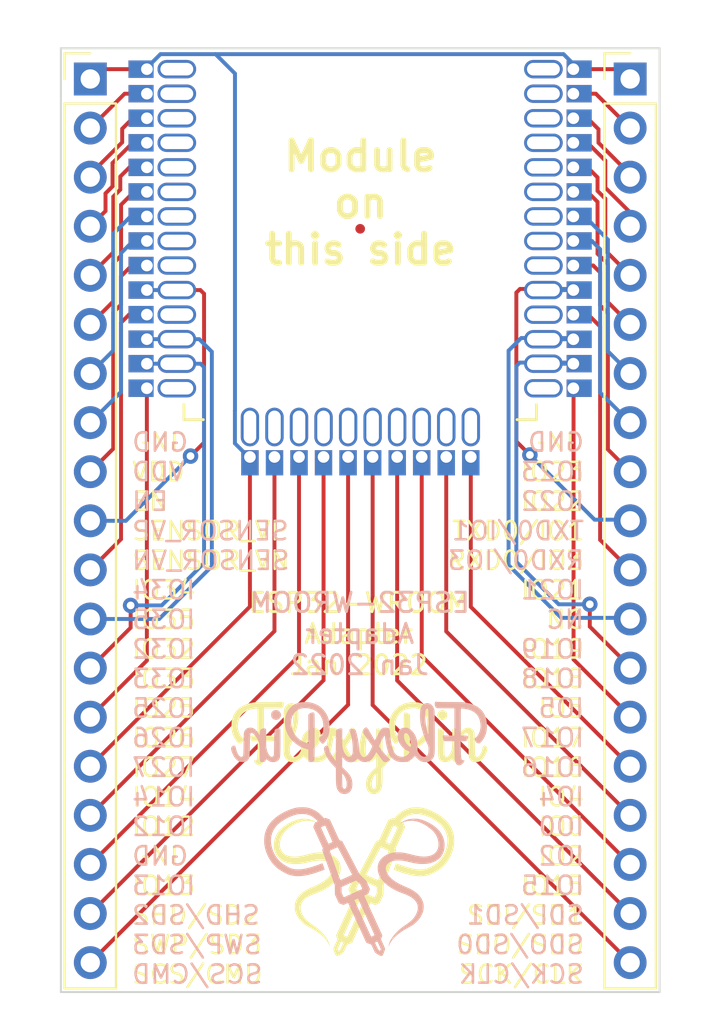
<source format=kicad_pcb>
(kicad_pcb (version 20211014) (generator pcbnew)
  (layers (0 "F.Cu" signal) (31 "B.Cu" signal) (34 "B.Paste" user) (35 "F.Paste" user) (36 "B.SilkS" user "B.Silkscreen") (37 "F.SilkS" user "F.Silkscreen") (38 "B.Mask" user) (39 "F.Mask" user) (44 "Edge.Cuts" user))
  (net 0 "")
  (net 1 "/GND")
  (net 2 "/VDD")
  (net 3 "/EN")
  (net 4 "/SENSOR_VP")
  (net 5 "/SENSOR_VN")
  (net 6 "/IO34")
  (net 7 "/IO35")
  (net 8 "/IO32")
  (net 9 "/IO33")
  (net 10 "/IO25")
  (net 11 "/IO26")
  (net 12 "/IO27")
  (net 13 "/IO14")
  (net 14 "/IO12")
  (net 15 "/IO13")
  (net 16 "/SHD{slash}SD2")
  (net 17 "/SWP{slash}SD3")
  (net 18 "/SCS{slash}CMD")
  (net 19 "/SCK{slash}CLK")
  (net 20 "/SDO{slash}SD0")
  (net 21 "/SDI{slash}SD1")
  (net 22 "/IO15")
  (net 23 "/IO2")
  (net 24 "/IO23")
  (net 25 "/IO22")
  (net 26 "/TXD0{slash}IO1")
  (net 27 "/RXD0{slash}IO3")
  (net 28 "/IO21")
  (net 29 "/NC")
  (net 30 "/IO19")
  (net 31 "/IO18")
  (net 32 "/IO5")
  (net 33 "/IO16")
  (net 34 "/IO4")
  (net 35 "/IO0")
  (net 36 "Net-(J20-Pad2)")
  (footprint "Connector_PinHeader_2.54mm:PinHeader_1x19_P2.54mm_Vertical" (layer "F.Cu") (at 162.052 81.788)
    (fp_text reference "J22" hide)
    (fp_text value "Conn_01x19")
    (pad "1" thru_hole rect locked (at 0 0) (size 1.7 1.7) (drill 1) (layers *.Cu *.Mask) (net 1 "/GND"))
    (pad "2" thru_hole oval locked (at 0 2.54) (size 1.7 1.7) (drill 1) (layers *.Cu *.Mask) (net 24 "/IO23"))
    (pad "3" thru_hole oval locked (at 0 5.08) (size 1.7 1.7) (drill 1) (layers *.Cu *.Mask) (net 25 "/IO22"))
    (pad "4" thru_hole oval locked (at 0 7.62) (size 1.7 1.7) (drill 1) (layers *.Cu *.Mask) (net 26 "/TXD0{slash}IO1"))
    (pad "5" thru_hole oval locked (at 0 10.16) (size 1.7 1.7) (drill 1) (layers *.Cu *.Mask) (net 27 "/RXD0{slash}IO3"))
    (pad "6" thru_hole oval locked (at 0 12.7) (size 1.7 1.7) (drill 1) (layers *.Cu *.Mask) (net 28 "/IO21"))
    (pad "7" thru_hole oval locked (at 0 15.24) (size 1.7 1.7) (drill 1) (layers *.Cu *.Mask) (net 29 "/NC"))
    (pad "8" thru_hole oval locked (at 0 17.78) (size 1.7 1.7) (drill 1) (layers *.Cu *.Mask) (net 30 "/IO19"))
    (pad "9" thru_hole oval locked (at 0 20.32) (size 1.7 1.7) (drill 1) (layers *.Cu *.Mask) (net 31 "/IO18"))
    (pad "10" thru_hole oval locked (at 0 22.86) (size 1.7 1.7) (drill 1) (layers *.Cu *.Mask) (net 32 "/IO5"))
    (pad "11" thru_hole oval locked (at 0 25.4) (size 1.7 1.7) (drill 1) (layers *.Cu *.Mask) (net 36 "Net-(J20-Pad2)"))
    (pad "12" thru_hole oval locked (at 0 27.94) (size 1.7 1.7) (drill 1) (layers *.Cu *.Mask) (net 33 "/IO16"))
    (pad "13" thru_hole oval locked (at 0 30.48) (size 1.7 1.7) (drill 1) (layers *.Cu *.Mask) (net 34 "/IO4"))
    (pad "14" thru_hole oval locked (at 0 33.02) (size 1.7 1.7) (drill 1) (layers *.Cu *.Mask) (net 35 "/IO0"))
    (pad "15" thru_hole oval locked (at 0 35.56) (size 1.7 1.7) (drill 1) (layers *.Cu *.Mask) (net 23 "/IO2"))
    (pad "16" thru_hole oval locked (at 0 38.1) (size 1.7 1.7) (drill 1) (layers *.Cu *.Mask) (net 22 "/IO15"))
    (pad "17" thru_hole oval locked (at 0 40.64) (size 1.7 1.7) (drill 1) (layers *.Cu *.Mask) (net 21 "/SDI{slash}SD1"))
    (pad "18" thru_hole oval locked (at 0 43.18) (size 1.7 1.7) (drill 1) (layers *.Cu *.Mask) (net 20 "/SDO{slash}SD0"))
    (pad "19" thru_hole oval locked (at 0 45.72) (size 1.7 1.7) (drill 1) (layers *.Cu *.Mask) (net 19 "/SCK{slash}CLK"))
  )
  (footprint "FlexyPin:FlexyPin_1x02_P1.27mm" (layer "F.Cu") (at 152.534 101.346 90)
    (fp_text reference "J14" hide)
    (fp_text value "Conn_01x02")
    (pad "" thru_hole oval (at 1.55 0 270) (size 2 0.95) (drill oval 1.7 0.65) (layers *.Cu *.Mask))
    (pad "" thru_hole oval (at 1.55 1.27 270) (size 2 0.95) (drill oval 1.7 0.65) (layers *.Cu *.Mask))
    (pad "1" thru_hole rect (at 0 0 90) (size 1.3 0.9) (drill 0.6 (offset -0.3 0)) (layers *.Cu *.Mask) (net 22 "/IO15"))
    (pad "2" thru_hole rect (at 0 1.27 90) (size 1.3 0.9) (drill 0.6 (offset -0.3 0)) (layers *.Cu *.Mask) (net 23 "/IO2"))
  )
  (footprint "FlexyPin:FlexyPin_1x02_P1.27mm" (layer "F.Cu") (at 137.04 86.36)
    (fp_text reference "J4" hide)
    (fp_text value "Conn_01x02")
    (pad "" thru_hole oval (at 1.55 0 180) (size 2 0.95) (drill oval 1.7 0.65) (layers *.Cu *.Mask))
    (pad "" thru_hole oval (at 1.55 1.27 180) (size 2 0.95) (drill oval 1.7 0.65) (layers *.Cu *.Mask))
    (pad "1" thru_hole rect (at 0 0) (size 1.3 0.9) (drill 0.6 (offset -0.3 0)) (layers *.Cu *.Mask) (net 5 "/SENSOR_VN"))
    (pad "2" thru_hole rect (at 0 1.27) (size 1.3 0.9) (drill 0.6 (offset -0.3 0)) (layers *.Cu *.Mask) (net 6 "/IO34"))
  )
  (footprint "FlexyPin:FlexyPin_1x02_P1.27mm" (layer "F.Cu") (at 137.04 93.98)
    (fp_text reference "J7" hide)
    (fp_text value "Conn_01x02")
    (pad "" thru_hole oval (at 1.55 0 180) (size 2 0.95) (drill oval 1.7 0.65) (layers *.Cu *.Mask))
    (pad "" thru_hole oval (at 1.55 1.27 180) (size 2 0.95) (drill oval 1.7 0.65) (layers *.Cu *.Mask) (net 12 "/IO27"))
    (pad "1" thru_hole rect (at 0 0) (size 1.3 0.9) (drill 0.6 (offset -0.3 0)) (layers *.Cu *.Mask) (net 11 "/IO26"))
    (pad "2" thru_hole rect (at 0 1.27) (size 1.3 0.9) (drill 0.6 (offset -0.3 0)) (layers *.Cu *.Mask) (net 12 "/IO27"))
  )
  (footprint "Connector_PinHeader_2.54mm:PinHeader_1x19_P2.54mm_Vertical" (layer "F.Cu") (at 134.112 81.788)
    (fp_text reference "J1" hide)
    (fp_text value "Conn_01x19")
    (pad "1" thru_hole rect locked (at 0 0) (size 1.7 1.7) (drill 1) (layers *.Cu *.Mask) (net 1 "/GND"))
    (pad "2" thru_hole oval locked (at 0 2.54) (size 1.7 1.7) (drill 1) (layers *.Cu *.Mask) (net 2 "/VDD"))
    (pad "3" thru_hole oval locked (at 0 5.08) (size 1.7 1.7) (drill 1) (layers *.Cu *.Mask) (net 3 "/EN"))
    (pad "4" thru_hole oval locked (at 0 7.62) (size 1.7 1.7) (drill 1) (layers *.Cu *.Mask) (net 4 "/SENSOR_VP"))
    (pad "5" thru_hole oval locked (at 0 10.16) (size 1.7 1.7) (drill 1) (layers *.Cu *.Mask) (net 5 "/SENSOR_VN"))
    (pad "6" thru_hole oval locked (at 0 12.7) (size 1.7 1.7) (drill 1) (layers *.Cu *.Mask) (net 6 "/IO34"))
    (pad "7" thru_hole oval locked (at 0 15.24) (size 1.7 1.7) (drill 1) (layers *.Cu *.Mask) (net 7 "/IO35"))
    (pad "8" thru_hole oval locked (at 0 17.78) (size 1.7 1.7) (drill 1) (layers *.Cu *.Mask) (net 8 "/IO32"))
    (pad "9" thru_hole oval locked (at 0 20.32) (size 1.7 1.7) (drill 1) (layers *.Cu *.Mask) (net 9 "/IO33"))
    (pad "10" thru_hole oval locked (at 0 22.86) (size 1.7 1.7) (drill 1) (layers *.Cu *.Mask) (net 10 "/IO25"))
    (pad "11" thru_hole oval locked (at 0 25.4) (size 1.7 1.7) (drill 1) (layers *.Cu *.Mask) (net 11 "/IO26"))
    (pad "12" thru_hole oval locked (at 0 27.94) (size 1.7 1.7) (drill 1) (layers *.Cu *.Mask) (net 12 "/IO27"))
    (pad "13" thru_hole oval locked (at 0 30.48) (size 1.7 1.7) (drill 1) (layers *.Cu *.Mask) (net 13 "/IO14"))
    (pad "14" thru_hole oval locked (at 0 33.02) (size 1.7 1.7) (drill 1) (layers *.Cu *.Mask) (net 14 "/IO12"))
    (pad "15" thru_hole oval locked (at 0 35.56) (size 1.7 1.7) (drill 1) (layers *.Cu *.Mask) (net 1 "/GND"))
    (pad "16" thru_hole oval locked (at 0 38.1) (size 1.7 1.7) (drill 1) (layers *.Cu *.Mask) (net 15 "/IO13"))
    (pad "17" thru_hole oval locked (at 0 40.64) (size 1.7 1.7) (drill 1) (layers *.Cu *.Mask) (net 16 "/SHD{slash}SD2"))
    (pad "18" thru_hole oval locked (at 0 43.18) (size 1.7 1.7) (drill 1) (layers *.Cu *.Mask) (net 17 "/SWP{slash}SD3"))
    (pad "19" thru_hole oval locked (at 0 45.72) (size 1.7 1.7) (drill 1) (layers *.Cu *.Mask) (net 18 "/SCS{slash}CMD"))
  )
  (footprint "FlexyPin:FlexyPin_1x02_P1.27mm" (layer "F.Cu") (at 147.454 101.346 90)
    (fp_text reference "J11" hide)
    (fp_text value "Conn_01x02")
    (pad "" thru_hole oval (at 1.55 0 270) (size 2 0.95) (drill oval 1.7 0.65) (layers *.Cu *.Mask))
    (pad "" thru_hole oval (at 1.55 1.27 270) (size 2 0.95) (drill oval 1.7 0.65) (layers *.Cu *.Mask))
    (pad "1" thru_hole rect (at 0 0 90) (size 1.3 0.9) (drill 0.6 (offset -0.3 0)) (layers *.Cu *.Mask) (net 18 "/SCS{slash}CMD"))
    (pad "2" thru_hole rect (at 0 1.27 90) (size 1.3 0.9) (drill 0.6 (offset -0.3 0)) (layers *.Cu *.Mask) (net 19 "/SCK{slash}CLK"))
  )
  (footprint "FlexyPin:FlexyPin_1x02_P1.27mm" (layer "F.Cu") (at 137.04 88.9)
    (fp_text reference "J5" hide)
    (fp_text value "Conn_01x02")
    (pad "" thru_hole oval (at 1.55 0 180) (size 2 0.95) (drill oval 1.7 0.65) (layers *.Cu *.Mask))
    (pad "" thru_hole oval (at 1.55 1.27 180) (size 2 0.95) (drill oval 1.7 0.65) (layers *.Cu *.Mask))
    (pad "1" thru_hole rect (at 0 0) (size 1.3 0.9) (drill 0.6 (offset -0.3 0)) (layers *.Cu *.Mask) (net 7 "/IO35"))
    (pad "2" thru_hole rect (at 0 1.27) (size 1.3 0.9) (drill 0.6 (offset -0.3 0)) (layers *.Cu *.Mask) (net 8 "/IO32"))
  )
  (footprint "FlexyPin:FlexyPin_1x02_P1.27mm" (layer "F.Cu") (at 137.04 91.44)
    (fp_text reference "J6" hide)
    (fp_text value "Conn_01x02")
    (pad "" thru_hole oval (at 1.55 0 180) (size 2 0.95) (drill oval 1.7 0.65) (layers *.Cu *.Mask))
    (pad "" thru_hole oval (at 1.55 1.27 180) (size 2 0.95) (drill oval 1.7 0.65) (layers *.Cu *.Mask) (net 10 "/IO25"))
    (pad "1" thru_hole rect (at 0 0) (size 1.3 0.9) (drill 0.6 (offset -0.3 0)) (layers *.Cu *.Mask) (net 9 "/IO33"))
    (pad "2" thru_hole rect (at 0 1.27) (size 1.3 0.9) (drill 0.6 (offset -0.3 0)) (layers *.Cu *.Mask) (net 10 "/IO25"))
  )
  (footprint "FlexyPin:FlexyPin_1x02_P1.27mm" (layer "F.Cu") (at 159.1126 87.63 180)
    (fp_text reference "J17" hide)
    (fp_text value "Conn_01x02")
    (pad "" thru_hole oval (at 1.55 0) (size 2 0.95) (drill oval 1.7 0.65) (layers *.Cu *.Mask))
    (pad "" thru_hole oval (at 1.55 1.27) (size 2 0.95) (drill oval 1.7 0.65) (layers *.Cu *.Mask))
    (pad "1" thru_hole rect (at 0 0 180) (size 1.3 0.9) (drill 0.6 (offset -0.3 0)) (layers *.Cu *.Mask) (net 28 "/IO21"))
    (pad "2" thru_hole rect (at 0 1.27 180) (size 1.3 0.9) (drill 0.6 (offset -0.3 0)) (layers *.Cu *.Mask) (net 27 "/RXD0{slash}IO3"))
  )
  (footprint "LOGO" (layer "F.Cu") (at 148.05 116.4)
    (fp_text reference "G***" hide)
    (fp_text value "LOGO" hide)
  )
  (footprint "FlexyPin:FlexyPin_1x02_P1.27mm" (layer "F.Cu") (at 159.1126 85.09 180)
    (fp_text reference "J16" hide)
    (fp_text value "Conn_01x02")
    (pad "" thru_hole oval (at 1.55 0) (size 2 0.95) (drill oval 1.7 0.65) (layers *.Cu *.Mask))
    (pad "" thru_hole oval (at 1.55 1.27) (size 2 0.95) (drill oval 1.7 0.65) (layers *.Cu *.Mask))
    (pad "1" thru_hole rect (at 0 0 180) (size 1.3 0.9) (drill 0.6 (offset -0.3 0)) (layers *.Cu *.Mask) (net 26 "/TXD0{slash}IO1"))
    (pad "2" thru_hole rect (at 0 1.27 180) (size 1.3 0.9) (drill 0.6 (offset -0.3 0)) (layers *.Cu *.Mask) (net 25 "/IO22"))
  )
  (footprint "FlexyPin:FlexyPin_1x02_P1.27mm" (layer "F.Cu") (at 159.1126 90.17 180)
    (fp_text reference "J18" hide)
    (fp_text value "Conn_01x02")
    (pad "" thru_hole oval (at 1.55 0) (size 2 0.95) (drill oval 1.7 0.65) (layers *.Cu *.Mask))
    (pad "" thru_hole oval (at 1.55 1.27) (size 2 0.95) (drill oval 1.7 0.65) (layers *.Cu *.Mask))
    (pad "1" thru_hole rect (at 0 0 180) (size 1.3 0.9) (drill 0.6 (offset -0.3 0)) (layers *.Cu *.Mask) (net 30 "/IO19"))
    (pad "2" thru_hole rect (at 0 1.27 180) (size 1.3 0.9) (drill 0.6 (offset -0.3 0)) (layers *.Cu *.Mask) (net 29 "/NC"))
  )
  (footprint "FlexyPin:FlexyPin_1x02_P1.27mm" (layer "F.Cu") (at 159.1126 92.71 180)
    (fp_text reference "J19" hide)
    (fp_text value "Conn_01x02")
    (pad "" thru_hole oval (at 1.55 0) (size 2 0.95) (drill oval 1.7 0.65) (layers *.Cu *.Mask) (net 32 "/IO5"))
    (pad "" thru_hole oval (at 1.55 1.27) (size 2 0.95) (drill oval 1.7 0.65) (layers *.Cu *.Mask))
    (pad "1" thru_hole rect (at 0 0 180) (size 1.3 0.9) (drill 0.6 (offset -0.3 0)) (layers *.Cu *.Mask) (net 32 "/IO5"))
    (pad "2" thru_hole rect (at 0 1.27 180) (size 1.3 0.9) (drill 0.6 (offset -0.3 0)) (layers *.Cu *.Mask) (net 31 "/IO18"))
  )
  (footprint "FlexyPin:FlexyPin_1x02_P1.27mm" (layer "F.Cu") (at 137.04 81.28)
    (fp_text reference "J2" hide)
    (fp_text value "Conn_01x02")
    (pad "" thru_hole oval (at 1.55 0 180) (size 2 0.95) (drill oval 1.7 0.65) (layers *.Cu *.Mask))
    (pad "" thru_hole oval (at 1.55 1.27 180) (size 2 0.95) (drill oval 1.7 0.65) (layers *.Cu *.Mask))
    (pad "1" thru_hole rect (at 0 0) (size 1.3 0.9) (drill 0.6 (offset -0.3 0)) (layers *.Cu *.Mask) (net 1 "/GND"))
    (pad "2" thru_hole rect (at 0 1.27) (size 1.3 0.9) (drill 0.6 (offset -0.3 0)) (layers *.Cu *.Mask) (net 2 "/VDD"))
  )
  (footprint "FlexyPin:FlexyPin_1x02_P1.27mm" (layer "F.Cu") (at 137.04 83.82)
    (fp_text reference "J3" hide)
    (fp_text value "Conn_01x02")
    (pad "" thru_hole oval (at 1.55 0 180) (size 2 0.95) (drill oval 1.7 0.65) (layers *.Cu *.Mask))
    (pad "" thru_hole oval (at 1.55 1.27 180) (size 2 0.95) (drill oval 1.7 0.65) (layers *.Cu *.Mask))
    (pad "1" thru_hole rect (at 0 0) (size 1.3 0.9) (drill 0.6 (offset -0.3 0)) (layers *.Cu *.Mask) (net 3 "/EN"))
    (pad "2" thru_hole rect (at 0 1.27) (size 1.3 0.9) (drill 0.6 (offset -0.3 0)) (layers *.Cu *.Mask) (net 4 "/SENSOR_VP"))
  )
  (footprint "FlexyPin:FlexyPin_1x02_P1.27mm" (layer "F.Cu") (at 159.1126 97.79 180)
    (fp_text reference "J21" hide)
    (fp_text value "Conn_01x02")
    (pad "" thru_hole oval (at 1.55 0) (size 2 0.95) (drill oval 1.7 0.65) (layers *.Cu *.Mask))
    (pad "" thru_hole oval (at 1.55 1.27) (size 2 0.95) (drill oval 1.7 0.65) (layers *.Cu *.Mask) (net 34 "/IO4"))
    (pad "1" thru_hole rect (at 0 0 180) (size 1.3 0.9) (drill 0.6 (offset -0.3 0)) (layers *.Cu *.Mask) (net 35 "/IO0"))
    (pad "2" thru_hole rect (at 0 1.27 180) (size 1.3 0.9) (drill 0.6 (offset -0.3 0)) (layers *.Cu *.Mask) (net 34 "/IO4"))
  )
  (footprint "Symbols_Extra:SolderParty-New-Logo_10x8.5mm_SilkScreen" (layer "F.Cu") (at 148.6 123)
    (fp_text reference "G***" hide)
    (fp_text value "LOGO" hide)
  )
  (footprint "Fiducial:Fiducial_0.5mm_Mask1.5mm" (layer "F.Cu") (at 148.08 89.54)
    (fp_text reference "REF**" hide)
    (fp_text value "Fiducial_0.5mm_Mask1.5mm")
    (pad "" smd circle (at 0 0) (size 0.5 0.5) (layers "F.Cu") (clearance 0.5))
  )
  (footprint "FlexyPin:FlexyPin_1x02_P1.27mm" (layer "F.Cu") (at 159.1126 82.55 180)
    (fp_text reference "J15" hide)
    (fp_text value "Conn_01x02")
    (pad "" thru_hole oval (at 1.55 0) (size 2 0.95) (drill oval 1.7 0.65) (layers *.Cu *.Mask))
    (pad "" thru_hole oval (at 1.55 1.27) (size 2 0.95) (drill oval 1.7 0.65) (layers *.Cu *.Mask))
    (pad "1" thru_hole rect (at 0 0 180) (size 1.3 0.9) (drill 0.6 (offset -0.3 0)) (layers *.Cu *.Mask) (net 24 "/IO23"))
    (pad "2" thru_hole rect (at 0 1.27 180) (size 1.3 0.9) (drill 0.6 (offset -0.3 0)) (layers *.Cu *.Mask) (net 1 "/GND"))
  )
  (footprint "FlexyPin:FlexyPin_1x02_P1.27mm" (layer "F.Cu") (at 149.994 101.346 90)
    (fp_text reference "J13" hide)
    (fp_text value "Conn_01x02")
    (pad "" thru_hole oval (at 1.55 0 270) (size 2 0.95) (drill oval 1.7 0.65) (layers *.Cu *.Mask))
    (pad "" thru_hole oval (at 1.55 1.27 270) (size 2 0.95) (drill oval 1.7 0.65) (layers *.Cu *.Mask))
    (pad "1" thru_hole rect (at 0 0 90) (size 1.3 0.9) (drill 0.6 (offset -0.3 0)) (layers *.Cu *.Mask) (net 20 "/SDO{slash}SD0"))
    (pad "2" thru_hole rect (at 0 1.27 90) (size 1.3 0.9) (drill 0.6 (offset -0.3 0)) (layers *.Cu *.Mask) (net 21 "/SDI{slash}SD1"))
  )
  (footprint "FlexyPin:FlexyPin_1x02_P1.27mm" (layer "F.Cu") (at 144.914 101.346 90)
    (fp_text reference "J10" hide)
    (fp_text value "Conn_01x02")
    (pad "" thru_hole oval (at 1.55 0 270) (size 2 0.95) (drill oval 1.7 0.65) (layers *.Cu *.Mask))
    (pad "" thru_hole oval (at 1.55 1.27 270) (size 2 0.95) (drill oval 1.7 0.65) (layers *.Cu *.Mask))
    (pad "1" thru_hole rect (at 0 0 90) (size 1.3 0.9) (drill 0.6 (offset -0.3 0)) (layers *.Cu *.Mask) (net 16 "/SHD{slash}SD2"))
    (pad "2" thru_hole rect (at 0 1.27 90) (size 1.3 0.9) (drill 0.6 (offset -0.3 0)) (layers *.Cu *.Mask) (net 17 "/SWP{slash}SD3"))
  )
  (footprint "FlexyPin:FlexyPin_1x02_P1.27mm" (layer "F.Cu") (at 137.04 96.52)
    (fp_text reference "J8" hide)
    (fp_text value "Conn_01x02")
    (pad "" thru_hole oval (at 1.55 0 180) (size 2 0.95) (drill oval 1.7 0.65) (layers *.Cu *.Mask) (net 13 "/IO14"))
    (pad "" thru_hole oval (at 1.55 1.27 180) (size 2 0.95) (drill oval 1.7 0.65) (layers *.Cu *.Mask))
    (pad "1" thru_hole rect (at 0 0) (size 1.3 0.9) (drill 0.6 (offset -0.3 0)) (layers *.Cu *.Mask) (net 13 "/IO14"))
    (pad "2" thru_hole rect (at 0 1.27) (size 1.3 0.9) (drill 0.6 (offset -0.3 0)) (layers *.Cu *.Mask) (net 14 "/IO12"))
  )
  (footprint "FlexyPin:FlexyPin_1x02_P1.27mm" (layer "F.Cu") (at 159.1126 95.2545 180)
    (fp_text reference "J20" hide)
    (fp_text value "Conn_01x02")
    (pad "" thru_hole oval (at 1.55 0) (size 2 0.95) (drill oval 1.7 0.65) (layers *.Cu *.Mask) (net 33 "/IO16"))
    (pad "" thru_hole oval (at 1.55 1.27) (size 2 0.95) (drill oval 1.7 0.65) (layers *.Cu *.Mask))
    (pad "1" thru_hole rect (at 0 0 180) (size 1.3 0.9) (drill 0.6 (offset -0.3 0)) (layers *.Cu *.Mask) (net 33 "/IO16"))
    (pad "2" thru_hole rect (at 0 1.27 180) (size 1.3 0.9) (drill 0.6 (offset -0.3 0)) (layers *.Cu *.Mask) (net 36 "Net-(J20-Pad2)"))
  )
  (footprint "FlexyPin:FlexyPin_1x02_P1.27mm" (layer "F.Cu") (at 142.374 101.346 90)
    (fp_text reference "J9" hide)
    (fp_text value "Conn_01x02")
    (pad "" thru_hole oval (at 1.55 0 270) (size 2 0.95) (drill oval 1.7 0.65) (layers *.Cu *.Mask))
    (pad "" thru_hole oval (at 1.55 1.27 270) (size 2 0.95) (drill oval 1.7 0.65) (layers *.Cu *.Mask))
    (pad "1" thru_hole rect (at 0 0 90) (size 1.3 0.9) (drill 0.6 (offset -0.3 0)) (layers *.Cu *.Mask) (net 1 "/GND"))
    (pad "2" thru_hole rect (at 0 1.27 90) (size 1.3 0.9) (drill 0.6 (offset -0.3 0)) (layers *.Cu *.Mask) (net 15 "/IO13"))
  )
  (footprint "Symbols_Extra:SolderParty-New-Logo_10x8.5mm_SilkScreen" (layer "B.Cu") (at 147.457601 122.996149 180)
    (fp_text reference "G***" hide)
    (fp_text value "LOGO" hide)
  )
  (footprint "LOGO" (layer "B.Cu") (at 148.007601 116.396149 180)
    (fp_text reference "G***" hide)
    (fp_text value "LOGO" hide)
  )
  (gr_line (start 138.96 99.415) (end 139.96 99.415) (width 0.15) (layer "F.SilkS"))
  (gr_line (start 138.96 98.635) (end 138.96 99.415) (width 0.15) (layer "F.SilkS"))
  (gr_line (start 157.2 98.635) (end 157.2 99.415) (width 0.15) (layer "F.SilkS"))
  (gr_line (start 157.2 99.415) (end 156.2 99.415) (width 0.15) (layer "F.SilkS"))
  (gr_line (start 132.588 80.2) (end 163.576 80.2) (width 0.1) (layer "Edge.Cuts"))
  (gr_line (start 163.576 129.032) (end 132.588 129.032) (width 0.1) (layer "Edge.Cuts"))
  (gr_line (start 163.576 80.2) (end 163.576 129.032) (width 0.1) (layer "Edge.Cuts"))
  (gr_line (start 132.588 129.032) (end 132.588 80.2) (width 0.1) (layer "Edge.Cuts"))
  (gr_text "ESP32-WROOM\nAdapter\nJan 2022" (at 148.057601 110.496149) (layer "B.SilkS") (effects (font (size 1 1)) (justify mirror)))
  (gr_text "GND\nIO23\nIO22\nTXD0/IO1\nRXD0/IO3\nIO21\nNC\nIO19\nIO18\nIO5\nIO17\nIO16\nIO4\nIO0\nIO2\nIO15\nSDI/SD1\nSDO/SD0\nSCK/CLK" (at 159.74499 114.346794) (layer "B.SilkS") (effects (font (size 0.95 0.95) (thickness 0.13)) (justify left mirror)))
  (gr_text "GND\nVDD\nEN\nSENSOR_VP\nSENSOR_VN\nIO34\nIO35\nIO32\nIO33\nIO25\nIO26\nIO27\nIO14\nIO12\nGND\nIO13\nSHD/SD2\nSWP/SD3\nSCS/CMD" (at 136.192188 114.349999) (layer "B.SilkS") (effects (font (size 0.95 0.95) (thickness 0.13)) (justify right mirror)))
  (gr_text "Module\non\nthis side" (at 148.1 88.2) (layer "F.SilkS") (effects (font (size 1.5 1.5) (thickness 0.3) bold)))
  (gr_text "GND\nVDD\nEN\nSENSOR_VP\nSENSOR_VN\nIO34\nIO35\nIO32\nIO33\nIO25\nIO26\nIO27\nIO14\nIO12\nGND\nIO13\nSHD/SD2\nSWP/SD3\nSCS/CMD" (at 136.2 114.35) (layer "F.SilkS") (effects (font (size 0.95 0.95) (thickness 0.13)) (justify left)))
  (gr_text "GND\nIO23\nIO22\nTXD0/IO1\nRXD0/IO3\nIO21\nNC\nIO19\nIO18\nIO5\nIO17\nIO16\nIO4\nIO0\nIO2\nIO15\nSDI/SD1\nSDO/SD0\nSCK/CLK" (at 159.75 114.35) (layer "F.SilkS") (effects (font (size 0.95 0.95) (thickness 0.13)) (justify right)))
  (gr_text "ESP32-WROOM\nAdapter\nJan 2022" (at 148 110.5) (layer "F.SilkS") (effects (font (size 1 1))))
  (segment (start 161.544 81.28) (end 162.052 81.788) (width 0.2032) (layer "F.Cu") (net 1))
  (segment (start 142.374 109.086) (end 134.112 117.348) (width 0.2032) (layer "F.Cu") (net 1))
  (segment (start 159.1126 81.28) (end 161.544 81.28) (width 0.2032) (layer "F.Cu") (net 1))
  (segment (start 142.374 101.346) (end 142.374 109.086) (width 0.2032) (layer "F.Cu") (net 1))
  (segment (start 134.62 81.28) (end 134.112 81.788) (width 0.2032) (layer "F.Cu") (net 1))
  (segment (start 137.04 81.28) (end 134.62 81.28) (width 0.2032) (layer "F.Cu") (net 1))
  (segment (start 141.6 81.50776) (end 141.6 98.947401) (width 0.2032) (layer "B.Cu") (net 1))
  (segment (start 140.59612 80.50388) (end 137.743521 80.50388) (width 0.2032) (layer "B.Cu") (net 1))
  (segment (start 141.6 98.947401) (end 141.59788 98.949521) (width 0.2032) (layer "B.Cu") (net 1))
  (segment (start 141.59788 98.949521) (end 141.59788 100.642479) (width 0.2032) (layer "B.Cu") (net 1))
  (segment (start 159.1126 81.28) (end 159.1126 81.0126) (width 0.2032) (layer "B.Cu") (net 1))
  (segment (start 158.60388 80.50388) (end 140.59612 80.50388) (width 0.2032) (layer "B.Cu") (net 1))
  (segment (start 137.743521 80.50388) (end 137.04 81.207401) (width 0.2032) (layer "B.Cu") (net 1))
  (segment (start 141.59788 100.642479) (end 142.301401 101.346) (width 0.2032) (layer "B.Cu") (net 1))
  (segment (start 137.04 81.207401) (end 137.04 81.28) (width 0.2032) (layer "B.Cu") (net 1))
  (segment (start 140.59612 80.50388) (end 141.6 81.50776) (width 0.2032) (layer "B.Cu") (net 1))
  (segment (start 142.301401 101.346) (end 142.374 101.346) (width 0.2032) (layer "B.Cu") (net 1))
  (segment (start 159.1126 81.0126) (end 158.60388 80.50388) (width 0.2032) (layer "B.Cu") (net 1))
  (segment (start 135.89 82.55) (end 134.112 84.328) (width 0.2032) (layer "F.Cu") (net 2))
  (segment (start 137.04 82.55) (end 135.89 82.55) (width 0.2032) (layer "F.Cu") (net 2))
  (segment (start 134.112 86.716246) (end 135.763889 85.064357) (width 0.2032) (layer "F.Cu") (net 3))
  (segment (start 135.763889 84.363889) (end 136.307778 83.82) (width 0.2032) (layer "F.Cu") (net 3))
  (segment (start 134.112 86.868) (end 134.112 86.716246) (width 0.2032) (layer "F.Cu") (net 3))
  (segment (start 136.307778 83.82) (end 137.04 83.82) (width 0.2032) (layer "F.Cu") (net 3))
  (segment (start 135.763889 85.064357) (end 135.763889 84.363889) (width 0.2032) (layer "F.Cu") (net 3))
  (segment (start 134.112 89.408) (end 134.9 88.62) (width 0.2032) (layer "F.Cu") (net 4))
  (segment (start 136.307778 85.09) (end 137.04 85.09) (width 0.2032) (layer "F.Cu") (net 4))
  (segment (start 134.9 88.62) (end 134.9 87.707918) (width 0.2032) (layer "F.Cu") (net 4))
  (segment (start 134.9 87.707918) (end 135.263111 87.344807) (width 0.2032) (layer "F.Cu") (net 4))
  (segment (start 135.263111 87.344807) (end 135.263111 86.134667) (width 0.2032) (layer "F.Cu") (net 4))
  (segment (start 135.263111 86.134667) (end 136.307778 85.09) (width 0.2032) (layer "F.Cu") (net 4))
  (segment (start 135.30272 90.75728) (end 134.112 91.948) (width 0.2032) (layer "F.Cu") (net 5))
  (segment (start 135.30272 87.87473) (end 135.30272 90.75728) (width 0.2032) (layer "F.Cu") (net 5))
  (segment (start 135.665831 87.511619) (end 135.30272 87.87473) (width 0.2032) (layer "F.Cu") (net 5))
  (segment (start 136.14 86.36) (end 135.665831 86.834169) (width 0.2032) (layer "F.Cu") (net 5))
  (segment (start 137.04 86.36) (end 136.14 86.36) (width 0.2032) (layer "F.Cu") (net 5))
  (segment (start 135.665831 86.834169) (end 135.665831 87.511619) (width 0.2032) (layer "F.Cu") (net 5))
  (segment (start 135.70544 90.924092) (end 135.3 91.329532) (width 0.2032) (layer "F.Cu") (net 6))
  (segment (start 135.70544 88.29456) (end 135.70544 90.924092) (width 0.2032) (layer "F.Cu") (net 6))
  (segment (start 136.37 87.63) (end 135.70544 88.29456) (width 0.2032) (layer "F.Cu") (net 6))
  (segment (start 137.04 87.63) (end 136.37 87.63) (width 0.2032) (layer "F.Cu") (net 6))
  (segment (start 135.3 93.3) (end 134.112 94.488) (width 0.2032) (layer "F.Cu") (net 6))
  (segment (start 135.3 91.329532) (end 135.3 93.3) (width 0.2032) (layer "F.Cu") (net 6))
  (segment (start 135.3 95.84) (end 135.3 89.8) (width 0.2032) (layer "B.Cu") (net 7))
  (segment (start 135.3 89.8) (end 136.2 88.9) (width 0.2032) (layer "B.Cu") (net 7))
  (segment (start 134.112 97.028) (end 135.3 95.84) (width 0.2032) (layer "B.Cu") (net 7))
  (segment (start 136.2 88.9) (end 137.04 88.9) (width 0.2032) (layer "B.Cu") (net 7))
  (segment (start 136.33272 90.17) (end 137.04 90.17) (width 0.2032) (layer "B.Cu") (net 8))
  (segment (start 135.70272 90.8) (end 136.33272 90.17) (width 0.2032) (layer "B.Cu") (net 8))
  (segment (start 134.112 99.568) (end 135.70272 97.97728) (width 0.2032) (layer "B.Cu") (net 8))
  (segment (start 135.70272 97.97728) (end 135.70272 90.8) (width 0.2032) (layer "B.Cu") (net 8))
  (segment (start 136.26 91.44) (end 135.70272 91.99728) (width 0.2032) (layer "F.Cu") (net 9))
  (segment (start 137.04 91.44) (end 136.26 91.44) (width 0.2032) (layer "F.Cu") (net 9))
  (segment (start 135.70272 93.466812) (end 135.3 93.869532) (width 0.2032) (layer "F.Cu") (net 9))
  (segment (start 135.3 100.92) (end 134.112 102.108) (width 0.2032) (layer "F.Cu") (net 9))
  (segment (start 135.70272 91.99728) (end 135.70272 93.466812) (width 0.2032) (layer "F.Cu") (net 9))
  (segment (start 135.3 93.869532) (end 135.3 100.92) (width 0.2032) (layer "F.Cu") (net 9))
  (segment (start 139.81 92.71) (end 138.59 92.71) (width 0.2032) (layer "F.Cu") (net 10))
  (segment (start 139.2989 101.3) (end 140 100.5989) (width 0.2032) (layer "F.Cu") (net 10))
  (segment (start 140 100.5989) (end 140 92.9) (width 0.2032) (layer "F.Cu") (net 10))
  (segment (start 140 92.9) (end 139.81 92.71) (width 0.2032) (layer "F.Cu") (net 10))
  (via (at 139.2989 101.3) (size 0.8) (drill 0.4) (layers "F.Cu" "B.Cu") (net 10))
  (segment (start 137.04 92.71) (end 138.59 92.71) (width 0.2032) (layer "B.Cu") (net 10))
  (segment (start 135.9509 104.648) (end 139.2989 101.3) (width 0.2032) (layer "B.Cu") (net 10))
  (segment (start 134.112 104.648) (end 135.9509 104.648) (width 0.2032) (layer "B.Cu") (net 10))
  (segment (start 136.12 93.98) (end 135.70272 94.39728) (width 0.2032) (layer "F.Cu") (net 11))
  (segment (start 137.04 93.98) (end 136.12 93.98) (width 0.2032) (layer "F.Cu") (net 11))
  (segment (start 135.70272 105.59728) (end 134.112 107.188) (width 0.2032) (layer "F.Cu") (net 11))
  (segment (start 135.70272 94.39728) (end 135.70272 105.59728) (width 0.2032) (layer "F.Cu") (net 11))
  (segment (start 137.67472 109.728) (end 134.112 109.728) (width 0.2032) (layer "B.Cu") (net 12))
  (segment (start 140.40272 95.90272) (end 140.40272 107) (width 0.2032) (layer "B.Cu") (net 12))
  (segment (start 140.40272 107) (end 137.67472 109.728) (width 0.2032) (layer "B.Cu") (net 12))
  (segment (start 138.59 95.25) (end 139.75 95.25) (width 0.2032) (layer "B.Cu") (net 12))
  (segment (start 137.04 95.25) (end 138.59 95.25) (width 0.2032) (layer "B.Cu") (net 12))
  (segment (start 139.75 95.25) (end 140.40272 95.90272) (width 0.2032) (layer "B.Cu") (net 12))
  (segment (start 136.2 110.18) (end 134.112 112.268) (width 0.2032) (layer "F.Cu") (net 13))
  (segment (start 136.2 109.0269) (end 136.2 110.18) (width 0.2032) (layer "F.Cu") (net 13))
  (via (at 136.2 109.0269) (size 0.8) (drill 0.4) (layers "F.Cu" "B.Cu") (net 13))
  (segment (start 138.59 96.52) (end 139.82 96.52) (width 0.2032) (layer "B.Cu") (net 13))
  (segment (start 140 106.833188) (end 137.806288 109.0269) (width 0.2032) (layer "B.Cu") (net 13))
  (segment (start 139.82 96.52) (end 140 96.7) (width 0.2032) (layer "B.Cu") (net 13))
  (segment (start 140 96.7) (end 140 106.833188) (width 0.2032) (layer "B.Cu") (net 13))
  (segment (start 137.806288 109.0269) (end 136.2 109.0269) (width 0.2032) (layer "B.Cu") (net 13))
  (segment (start 137.04 96.52) (end 138.59 96.52) (width 0.2032) (layer "B.Cu") (net 13))
  (segment (start 134.112 114.808) (end 137.04 111.88) (width 0.2032) (layer "F.Cu") (net 14))
  (segment (start 137.04 111.88) (end 137.04 97.79) (width 0.2032) (layer "F.Cu") (net 14))
  (segment (start 143.644 110.356) (end 134.112 119.888) (width 0.2032) (layer "F.Cu") (net 15))
  (segment (start 143.644 101.346) (end 143.644 110.356) (width 0.2032) (layer "F.Cu") (net 15))
  (segment (start 144.914 101.346) (end 144.914 111.626) (width 0.2032) (layer "F.Cu") (net 16))
  (segment (start 144.914 111.626) (end 134.112 122.428) (width 0.2032) (layer "F.Cu") (net 16))
  (segment (start 146.184 112.896) (end 134.112 124.968) (width 0.2032) (layer "F.Cu") (net 17))
  (segment (start 146.184 101.346) (end 146.184 112.896) (width 0.2032) (layer "F.Cu") (net 17))
  (segment (start 147.454 101.346) (end 147.454 114.166) (width 0.2032) (layer "F.Cu") (net 18))
  (segment (start 147.454 114.166) (end 134.112 127.508) (width 0.2032) (layer "F.Cu") (net 18))
  (segment (start 148.724 101.346) (end 148.724 114.18) (width 0.2032) (layer "F.Cu") (net 19))
  (segment (start 148.724 114.18) (end 162.052 127.508) (width 0.2032) (layer "F.Cu") (net 19))
  (segment (start 149.994 112.91) (end 162.052 124.968) (width 0.2032) (layer "F.Cu") (net 20))
  (segment (start 149.994 101.346) (end 149.994 112.91) (width 0.2032) (layer "F.Cu") (net 20))
  (segment (start 151.264 101.346) (end 151.264 111.64) (width 0.2032) (layer "F.Cu") (net 21))
  (segment (start 151.264 111.64) (end 162.052 122.428) (width 0.2032) (layer "F.Cu") (net 21))
  (segment (start 152.534 110.37) (end 162.052 119.888) (width 0.2032) (layer "F.Cu") (net 22))
  (segment (start 152.534 101.346) (end 152.534 110.37) (width 0.2032) (layer "F.Cu") (net 22))
  (segment (start 153.804 109.1) (end 162.052 117.348) (width 0.2032) (layer "F.Cu") (net 23))
  (segment (start 153.804 101.346) (end 153.804 109.1) (width 0.2032) (layer "F.Cu") (net 23))
  (segment (start 159.1126 82.55) (end 160.274 82.55) (width 0.2032) (layer "F.Cu") (net 24))
  (segment (start 160.274 82.55) (end 162.052 84.328) (width 0.2032) (layer "F.Cu") (net 24))
  (segment (start 160.412411 84.387589) (end 159.844822 83.82) (width 0.2032) (layer "F.Cu") (net 25))
  (segment (start 162.052 86.868) (end 162.052 86.727646) (width 0.2032) (layer "F.Cu") (net 25))
  (segment (start 159.844822 83.82) (end 159.1126 83.82) (width 0.2032) (layer "F.Cu") (net 25))
  (segment (start 162.052 86.727646) (end 160.412411 85.088057) (width 0.2032) (layer "F.Cu") (net 25))
  (segment (start 160.412411 85.088057) (end 160.412411 84.387589) (width 0.2032) (layer "F.Cu") (net 25))
  (segment (start 160.766431 86.011609) (end 160.766431 87.412545) (width 0.2032) (layer "F.Cu") (net 26))
  (segment (start 160.766431 87.412545) (end 162.052 88.698114) (width 0.2032) (layer "F.Cu") (net 26))
  (segment (start 159.1126 85.09) (end 159.844822 85.09) (width 0.2032) (layer "F.Cu") (net 26))
  (segment (start 159.844822 85.09) (end 160.766431 86.011609) (width 0.2032) (layer "F.Cu") (net 26))
  (segment (start 162.052 88.698114) (end 162.052 89.408) (width 0.2032) (layer "F.Cu") (net 26))
  (segment (start 160.363711 87.579357) (end 160.766431 87.982077) (width 0.2032) (layer "F.Cu") (net 27))
  (segment (start 160.766431 87.982077) (end 160.766431 90.662431) (width 0.2032) (layer "F.Cu") (net 27))
  (segment (start 159.844822 86.36) (end 160.363711 86.878889) (width 0.2032) (layer "F.Cu") (net 27))
  (segment (start 160.363711 86.878889) (end 160.363711 87.579357) (width 0.2032) (layer "F.Cu") (net 27))
  (segment (start 160.766431 90.662431) (end 162.052 91.948) (width 0.2032) (layer "F.Cu") (net 27))
  (segment (start 159.1126 86.36) (end 159.844822 86.36) (width 0.2032) (layer "F.Cu") (net 27))
  (segment (start 160.9 91.365532) (end 160.9 93.336) (width 0.2032) (layer "F.Cu") (net 28))
  (segment (start 160.363711 90.829243) (end 160.9 91.365532) (width 0.2032) (layer "F.Cu") (net 28))
  (segment (start 160.363711 88.148889) (end 160.363711 90.829243) (width 0.2032) (layer "F.Cu") (net 28))
  (segment (start 160.9 93.336) (end 162.052 94.488) (width 0.2032) (layer "F.Cu") (net 28))
  (segment (start 159.1126 87.63) (end 159.844822 87.63) (width 0.2032) (layer "F.Cu") (net 28))
  (segment (start 159.844822 87.63) (end 160.363711 88.148889) (width 0.2032) (layer "F.Cu") (net 28))
  (segment (start 162.052 97.028) (end 160.9 95.876) (width 0.2032) (layer "B.Cu") (net 29))
  (segment (start 160.9 90.1) (end 159.7 88.9) (width 0.2032) (layer "B.Cu") (net 29))
  (segment (start 159.7 88.9) (end 159.1126 88.9) (width 0.2032) (layer "B.Cu") (net 29))
  (segment (start 160.9 95.876) (end 160.9 90.1) (width 0.2032) (layer "B.Cu") (net 29))
  (segment (start 160.49728 98.01328) (end 162.052 99.568) (width 0.2032) (layer "B.Cu") (net 30))
  (segment (start 160.49728 90.59728) (end 160.49728 98.01328) (width 0.2032) (layer "B.Cu") (net 30))
  (segment (start 159.1126 90.17) (end 160.07 90.17) (width 0.2032) (layer "B.Cu") (net 30))
  (segment (start 160.07 90.17) (end 160.49728 90.59728) (width 0.2032) (layer "B.Cu") (net 30))
  (segment (start 160.9 93.905532) (end 160.9 100.956) (width 0.2032) (layer "F.Cu") (net 31))
  (segment (start 159.1126 91.44) (end 160.14 91.44) (width 0.2032) (layer "F.Cu") (net 31))
  (segment (start 160.14 91.44) (end 160.49728 91.79728) (width 0.2032) (layer "F.Cu") (net 31))
  (segment (start 160.49728 93.502812) (end 160.9 93.905532) (width 0.2032) (layer "F.Cu") (net 31))
  (segment (start 160.9 100.956) (end 162.052 102.108) (width 0.2032) (layer "F.Cu") (net 31))
  (segment (start 160.49728 91.79728) (end 160.49728 93.502812) (width 0.2032) (layer "F.Cu") (net 31))
  (segment (start 156.8631 101.242) (end 156.162 100.5409) (width 0.2032) (layer "F.Cu") (net 32))
  (segment (start 156.162 100.5409) (end 156.162 92.842) (width 0.2032) (layer "F.Cu") (net 32))
  (segment (start 156.352 92.652) (end 157.572 92.652) (width 0.2032) (layer "F.Cu") (net 32))
  (segment (start 156.162 92.842) (end 156.352 92.652) (width 0.2032) (layer "F.Cu") (net 32))
  (via (at 156.8631 101.242) (size 0.8) (drill 0.4) (layers "F.Cu" "B.Cu") (net 32))
  (segment (start 162.05 104.59) (end 160.2111 104.59) (width 0.2032) (layer "B.Cu") (net 32))
  (segment (start 159.122 92.652) (end 157.572 92.652) (width 0.2032) (layer "B.Cu") (net 32))
  (segment (start 159.1126 92.71) (end 157.5626 92.71) (width 0.2032) (layer "B.Cu") (net 32))
  (segment (start 160.2111 104.59) (end 156.8631 101.242) (width 0.2032) (layer "B.Cu") (net 32))
  (segment (start 159.122 95.192) (end 157.572 95.192) (width 0.2032) (layer "B.Cu") (net 33))
  (segment (start 155.75928 95.84472) (end 155.75928 106.942) (width 0.2032) (layer "B.Cu") (net 33))
  (segment (start 155.75928 106.942) (end 158.48728 109.67) (width 0.2032) (layer "B.Cu") (net 33))
  (segment (start 156.412 95.192) (end 155.75928 95.84472) (width 0.2032) (layer "B.Cu") (net 33))
  (segment (start 159.1126 95.2545) (end 157.5626 95.2545) (width 0.2032) (layer "B.Cu") (net 33))
  (segment (start 158.48728 109.67) (end 162.05 109.67) (width 0.2032) (layer "B.Cu") (net 33))
  (segment (start 157.572 95.192) (end 156.412 95.192) (width 0.2032) (layer "B.Cu") (net 33))
  (segment (start 159.962 110.122) (end 162.05 112.21) (width 0.2032) (layer "F.Cu") (net 34))
  (segment (start 159.962 108.9689) (end 159.962 110.122) (width 0.2032) (layer "F.Cu") (net 34))
  (via (at 159.962 108.9689) (size 0.8) (drill 0.4) (layers "F.Cu" "B.Cu") (net 34))
  (segment (start 157.572 96.462) (end 156.342 96.462) (width 0.2032) (layer "B.Cu") (net 34))
  (segment (start 156.342 96.462) (end 156.162 96.642) (width 0.2032) (layer "B.Cu") (net 34))
  (segment (start 156.162 96.642) (end 156.162 106.775188) (width 0.2032) (layer "B.Cu") (net 34))
  (segment (start 156.162 106.775188) (end 158.355712 108.9689) (width 0.2032) (layer "B.Cu") (net 34))
  (segment (start 159.122 96.462) (end 157.572 96.462) (width 0.2032) (layer "B.Cu") (net 34))
  (segment (start 159.1126 96.52) (end 157.5626 96.52) (width 0.2032) (layer "B.Cu") (net 34))
  (segment (start 158.355712 108.9689) (end 159.962 108.9689) (width 0.2032) (layer "B.Cu") (net 34))
  (segment (start 159.122 111.822) (end 159.122 97.732) (width 0.2032) (layer "F.Cu") (net 35))
  (segment (start 162.05 114.75) (end 159.122 111.822) (width 0.2032) (layer "F.Cu") (net 35))
  (segment (start 159.8845 93.9845) (end 160.49728 94.59728) (width 0.2032) (layer "F.Cu") (net 36))
  (segment (start 160.49728 105.63328) (end 162.052 107.188) (width 0.2032) (layer "F.Cu") (net 36))
  (segment (start 160.49728 94.59728) (end 160.49728 105.63328) (width 0.2032) (layer "F.Cu") (net 36))
  (segment (start 159.1126 93.9845) (end 159.8845 93.9845) (width 0.2032) (layer "F.Cu") (net 36))
)
</source>
